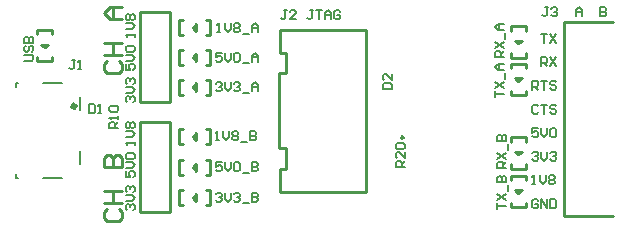
<source format=gto>
%FSLAX44Y44*%
%MOMM*%
G71*
G01*
G75*
%ADD10R,0.7620X0.7620*%
%ADD11R,0.5000X0.2000*%
%ADD12R,0.7620X0.7620*%
%ADD13R,0.3000X0.3000*%
%ADD14R,1.3000X0.4500*%
%ADD15R,2.7940X0.7366*%
%ADD16R,0.6200X0.5700*%
%ADD17C,0.1500*%
%ADD18C,0.2540*%
%ADD19C,0.1524*%
%ADD20O,2.0000X1.4500*%
%ADD21O,1.8000X1.1500*%
%ADD22C,0.8000*%
%ADD23C,1.5240*%
%ADD24R,1.5240X1.5240*%
%ADD25C,1.8000*%
%ADD26R,1.8000X1.8000*%
%ADD27C,0.6100*%
%ADD28C,0.6000*%
%ADD29C,3.3000*%
%ADD30R,0.6000X0.5500*%
%ADD31R,0.9500X0.9500*%
%ADD32R,0.5500X0.6000*%
%ADD33R,0.9500X0.9500*%
%ADD34R,0.8500X0.3500*%
%ADD35R,1.5000X1.0000*%
%ADD36O,0.8000X0.3000*%
%ADD37O,0.3000X0.8000*%
%ADD38R,1.2500X0.3000*%
%ADD39O,0.3500X1.7500*%
%ADD40O,1.7500X0.3500*%
%ADD41R,0.9700X0.9600*%
%ADD42R,0.5700X0.6200*%
%ADD43R,1.4000X2.2000*%
%ADD44C,0.4000*%
%ADD45C,0.2286*%
%ADD46C,0.1778*%
D17*
X1292900Y1130640D02*
Y1133640D01*
Y1207640D02*
Y1210640D01*
X1346900Y1142340D02*
Y1153640D01*
Y1187640D02*
Y1198940D01*
X1292900Y1210640D02*
X1294300D01*
X1315600D02*
X1331600D01*
X1315600Y1130640D02*
X1331600D01*
X1292900D02*
X1294300D01*
D18*
X1621120Y1164680D02*
G03*
X1621120Y1164680I-1000J0D01*
G01*
X1718250Y1244735D02*
X1721250Y1246735D01*
X1715250D02*
X1718250Y1244735D01*
X1715250Y1246735D02*
X1721250D01*
X1442985Y1257750D02*
X1444985Y1254750D01*
X1442985Y1257750D02*
X1444985Y1260750D01*
Y1254750D02*
Y1260750D01*
X1442985Y1165500D02*
X1444985Y1162500D01*
X1442985Y1165500D02*
X1444985Y1168500D01*
Y1162500D02*
Y1168500D01*
X1442985Y1207500D02*
X1444985Y1204500D01*
X1442985Y1207500D02*
X1444985Y1210500D01*
Y1204500D02*
Y1210500D01*
X1442985Y1113750D02*
X1444985Y1110750D01*
X1442985Y1113750D02*
X1444985Y1116750D01*
Y1110750D02*
Y1116750D01*
X1442985Y1232625D02*
X1444985Y1229625D01*
X1442985Y1232625D02*
X1444985Y1235625D01*
Y1229625D02*
Y1235625D01*
X1442985Y1139625D02*
X1444985Y1136625D01*
X1442985Y1139625D02*
X1444985Y1142625D01*
Y1136625D02*
Y1142625D01*
X1516940Y1118920D02*
X1589330D01*
Y1256080D01*
X1516940D02*
X1589330D01*
X1516940Y1236522D02*
Y1256080D01*
Y1236522D02*
X1522020D01*
Y1219250D02*
Y1236522D01*
X1515670Y1219250D02*
X1522020D01*
X1515670Y1155750D02*
Y1219250D01*
Y1155750D02*
X1522020D01*
Y1138478D02*
Y1155750D01*
X1516940Y1138478D02*
X1522020D01*
X1516940Y1118920D02*
Y1138478D01*
X1757300Y1097900D02*
X1798500D01*
X1757300D02*
Y1262700D01*
X1798500D01*
X1715250Y1152485D02*
X1721250D01*
X1715250D02*
X1718250Y1150485D01*
X1721250Y1152485D01*
X1423754Y1194502D02*
Y1270702D01*
X1398354Y1194502D02*
X1423754D01*
X1398354D02*
Y1270702D01*
X1423754D01*
Y1101500D02*
Y1177700D01*
X1398354Y1101500D02*
X1423754D01*
X1398354D02*
Y1177700D01*
X1423754D01*
X1715250Y1214985D02*
X1721250D01*
X1715250D02*
X1718250Y1212985D01*
X1721250Y1214985D01*
X1715250Y1119985D02*
X1721250D01*
X1715250D02*
X1718250Y1117985D01*
X1721250Y1119985D01*
X1314500Y1243485D02*
X1320500D01*
X1314500D02*
X1317500Y1241485D01*
X1320500Y1243485D01*
X1369804Y1104157D02*
X1367265Y1101618D01*
Y1096539D01*
X1369804Y1094000D01*
X1379961D01*
X1382500Y1096539D01*
Y1101618D01*
X1379961Y1104157D01*
X1367265Y1109235D02*
X1382500D01*
X1374883D01*
Y1119392D01*
X1367265D01*
X1382500D01*
X1367265Y1139705D02*
X1382500D01*
Y1147323D01*
X1379961Y1149862D01*
X1377422D01*
X1374883Y1147323D01*
Y1139705D01*
Y1147323D01*
X1372343Y1149862D01*
X1369804D01*
X1367265Y1147323D01*
Y1139705D01*
X1369804Y1229407D02*
X1367265Y1226868D01*
Y1221789D01*
X1369804Y1219250D01*
X1379961D01*
X1382500Y1221789D01*
Y1226868D01*
X1379961Y1229407D01*
X1367265Y1234485D02*
X1382500D01*
X1374882D01*
Y1244642D01*
X1367265D01*
X1382500D01*
Y1264955D02*
X1372343D01*
X1367265Y1270034D01*
X1372343Y1275112D01*
X1382500D01*
X1374882D01*
Y1264955D01*
D44*
X1343314Y1191054D02*
G03*
X1343314Y1191054I-1414J0D01*
G01*
D45*
X1711900Y1255275D02*
Y1259085D01*
X1724600D01*
Y1255275D02*
Y1259085D01*
X1711900Y1232415D02*
Y1236225D01*
Y1232415D02*
X1724600D01*
Y1236225D01*
X1453525Y1264100D02*
X1457335D01*
Y1251400D02*
Y1264100D01*
X1453525Y1251400D02*
X1457335D01*
X1430665Y1264100D02*
X1434475D01*
X1430665Y1251400D02*
Y1264100D01*
Y1251400D02*
X1434475D01*
X1453525Y1171850D02*
X1457335D01*
Y1159150D02*
Y1171850D01*
X1453525Y1159150D02*
X1457335D01*
X1430665Y1171850D02*
X1434475D01*
X1430665Y1159150D02*
Y1171850D01*
Y1159150D02*
X1434475D01*
X1453525Y1213850D02*
X1457335D01*
Y1201150D02*
Y1213850D01*
X1453525Y1201150D02*
X1457335D01*
X1430665Y1213850D02*
X1434475D01*
X1430665Y1201150D02*
Y1213850D01*
Y1201150D02*
X1434475D01*
X1453525Y1120100D02*
X1457335D01*
Y1107400D02*
Y1120100D01*
X1453525Y1107400D02*
X1457335D01*
X1430665Y1120100D02*
X1434475D01*
X1430665Y1107400D02*
Y1120100D01*
Y1107400D02*
X1434475D01*
X1453525Y1238975D02*
X1457335D01*
Y1226275D02*
Y1238975D01*
X1453525Y1226275D02*
X1457335D01*
X1430665Y1238975D02*
X1434475D01*
X1430665Y1226275D02*
Y1238975D01*
Y1226275D02*
X1434475D01*
X1453525Y1145975D02*
X1457335D01*
Y1133275D02*
Y1145975D01*
X1453525Y1133275D02*
X1457335D01*
X1430665Y1145975D02*
X1434475D01*
X1430665Y1133275D02*
Y1145975D01*
Y1133275D02*
X1434475D01*
X1724600Y1138165D02*
Y1141975D01*
X1711900Y1138165D02*
X1724600D01*
X1711900D02*
Y1141975D01*
X1724600Y1161025D02*
Y1164835D01*
X1711900D02*
X1724600D01*
X1711900Y1161025D02*
Y1164835D01*
X1724600Y1200665D02*
Y1204475D01*
X1711900Y1200665D02*
X1724600D01*
X1711900D02*
Y1204475D01*
X1724600Y1223525D02*
Y1227335D01*
X1711900D02*
X1724600D01*
X1711900Y1223525D02*
Y1227335D01*
X1724600Y1105665D02*
Y1109475D01*
X1711900Y1105665D02*
X1724600D01*
X1711900D02*
Y1109475D01*
X1724600Y1128525D02*
Y1132335D01*
X1711900D02*
X1724600D01*
X1711900Y1128525D02*
Y1132335D01*
X1323850Y1229165D02*
Y1232975D01*
X1311150Y1229165D02*
X1323850D01*
X1311150D02*
Y1232975D01*
X1323850Y1252025D02*
Y1255835D01*
X1311150D02*
X1323850D01*
X1311150Y1252025D02*
Y1255835D01*
D46*
X1705750Y1232500D02*
X1698132D01*
Y1236309D01*
X1699402Y1237578D01*
X1701941D01*
X1703211Y1236309D01*
Y1232500D01*
Y1235039D02*
X1705750Y1237578D01*
X1698132Y1240117D02*
X1705750Y1245196D01*
X1698132D02*
X1705750Y1240117D01*
X1707020Y1247735D02*
Y1252813D01*
X1705750Y1255353D02*
X1700672D01*
X1698132Y1257892D01*
X1700672Y1260431D01*
X1705750D01*
X1701941D01*
Y1255353D01*
X1622000Y1139750D02*
X1614382D01*
Y1143559D01*
X1615652Y1144828D01*
X1618191D01*
X1619461Y1143559D01*
Y1139750D01*
Y1142289D02*
X1622000Y1144828D01*
Y1152446D02*
Y1147367D01*
X1616922Y1152446D01*
X1615652D01*
X1614382Y1151176D01*
Y1148637D01*
X1615652Y1147367D01*
Y1154985D02*
X1614382Y1156255D01*
Y1158794D01*
X1615652Y1160063D01*
X1620730D01*
X1622000Y1158794D01*
Y1156255D01*
X1620730Y1154985D01*
X1615652D01*
X1467328Y1143992D02*
X1462250D01*
Y1140184D01*
X1464789Y1141453D01*
X1466059D01*
X1467328Y1140184D01*
Y1137645D01*
X1466059Y1136375D01*
X1463520D01*
X1462250Y1137645D01*
X1469868Y1143992D02*
Y1138914D01*
X1472407Y1136375D01*
X1474946Y1138914D01*
Y1143992D01*
X1477485Y1142723D02*
X1478755Y1143992D01*
X1481294D01*
X1482563Y1142723D01*
Y1137645D01*
X1481294Y1136375D01*
X1478755D01*
X1477485Y1137645D01*
Y1142723D01*
X1485103Y1135105D02*
X1490181D01*
X1492720Y1143992D02*
Y1136375D01*
X1496529D01*
X1497798Y1137645D01*
Y1138914D01*
X1496529Y1140184D01*
X1492720D01*
X1496529D01*
X1497798Y1141453D01*
Y1142723D01*
X1496529Y1143992D01*
X1492720D01*
X1467328Y1236492D02*
X1462250D01*
Y1232684D01*
X1464789Y1233953D01*
X1466059D01*
X1467328Y1232684D01*
Y1230145D01*
X1466059Y1228875D01*
X1463520D01*
X1462250Y1230145D01*
X1469868Y1236492D02*
Y1231414D01*
X1472407Y1228875D01*
X1474946Y1231414D01*
Y1236492D01*
X1477485Y1235223D02*
X1478755Y1236492D01*
X1481294D01*
X1482563Y1235223D01*
Y1230145D01*
X1481294Y1228875D01*
X1478755D01*
X1477485Y1230145D01*
Y1235223D01*
X1485103Y1227605D02*
X1490181D01*
X1492720Y1228875D02*
Y1233953D01*
X1495259Y1236492D01*
X1497798Y1233953D01*
Y1228875D01*
Y1232684D01*
X1492720D01*
X1462250Y1116598D02*
X1463520Y1117868D01*
X1466059D01*
X1467328Y1116598D01*
Y1115328D01*
X1466059Y1114059D01*
X1464789D01*
X1466059D01*
X1467328Y1112789D01*
Y1111520D01*
X1466059Y1110250D01*
X1463520D01*
X1462250Y1111520D01*
X1469868Y1117868D02*
Y1112789D01*
X1472407Y1110250D01*
X1474946Y1112789D01*
Y1117868D01*
X1477485Y1116598D02*
X1478755Y1117868D01*
X1481294D01*
X1482563Y1116598D01*
Y1115328D01*
X1481294Y1114059D01*
X1480024D01*
X1481294D01*
X1482563Y1112789D01*
Y1111520D01*
X1481294Y1110250D01*
X1478755D01*
X1477485Y1111520D01*
X1485103Y1108980D02*
X1490181D01*
X1492720Y1117868D02*
Y1110250D01*
X1496529D01*
X1497798Y1111520D01*
Y1112789D01*
X1496529Y1114059D01*
X1492720D01*
X1496529D01*
X1497798Y1115328D01*
Y1116598D01*
X1496529Y1117868D01*
X1492720D01*
X1462250Y1210348D02*
X1463520Y1211618D01*
X1466059D01*
X1467328Y1210348D01*
Y1209078D01*
X1466059Y1207809D01*
X1464789D01*
X1466059D01*
X1467328Y1206539D01*
Y1205270D01*
X1466059Y1204000D01*
X1463520D01*
X1462250Y1205270D01*
X1469868Y1211618D02*
Y1206539D01*
X1472407Y1204000D01*
X1474946Y1206539D01*
Y1211618D01*
X1477485Y1210348D02*
X1478755Y1211618D01*
X1481294D01*
X1482563Y1210348D01*
Y1209078D01*
X1481294Y1207809D01*
X1480024D01*
X1481294D01*
X1482563Y1206539D01*
Y1205270D01*
X1481294Y1204000D01*
X1478755D01*
X1477485Y1205270D01*
X1485103Y1202730D02*
X1490181D01*
X1492720Y1204000D02*
Y1209078D01*
X1495259Y1211618D01*
X1497798Y1209078D01*
Y1204000D01*
Y1207809D01*
X1492720D01*
X1462250Y1162500D02*
X1464789D01*
X1463520D01*
Y1170117D01*
X1462250Y1168848D01*
X1468598Y1170117D02*
Y1165039D01*
X1471137Y1162500D01*
X1473676Y1165039D01*
Y1170117D01*
X1476216Y1168848D02*
X1477485Y1170117D01*
X1480024D01*
X1481294Y1168848D01*
Y1167578D01*
X1480024Y1166309D01*
X1481294Y1165039D01*
Y1163770D01*
X1480024Y1162500D01*
X1477485D01*
X1476216Y1163770D01*
Y1165039D01*
X1477485Y1166309D01*
X1476216Y1167578D01*
Y1168848D01*
X1477485Y1166309D02*
X1480024D01*
X1483833Y1161230D02*
X1488911D01*
X1491451Y1170117D02*
Y1162500D01*
X1495259D01*
X1496529Y1163770D01*
Y1165039D01*
X1495259Y1166309D01*
X1491451D01*
X1495259D01*
X1496529Y1167578D01*
Y1168848D01*
X1495259Y1170117D01*
X1491451D01*
X1463520Y1253750D02*
X1466059D01*
X1464789D01*
Y1261367D01*
X1463520Y1260098D01*
X1469868Y1261367D02*
Y1256289D01*
X1472407Y1253750D01*
X1474946Y1256289D01*
Y1261367D01*
X1477485Y1260098D02*
X1478755Y1261367D01*
X1481294D01*
X1482563Y1260098D01*
Y1258828D01*
X1481294Y1257559D01*
X1482563Y1256289D01*
Y1255020D01*
X1481294Y1253750D01*
X1478755D01*
X1477485Y1255020D01*
Y1256289D01*
X1478755Y1257559D01*
X1477485Y1258828D01*
Y1260098D01*
X1478755Y1257559D02*
X1481294D01*
X1485103Y1252480D02*
X1490181D01*
X1492720Y1253750D02*
Y1258828D01*
X1495259Y1261367D01*
X1497798Y1258828D01*
Y1253750D01*
Y1257559D01*
X1492720D01*
X1355000Y1192868D02*
Y1185250D01*
X1358809D01*
X1360078Y1186520D01*
Y1191598D01*
X1358809Y1192868D01*
X1355000D01*
X1362617Y1185250D02*
X1365157D01*
X1363887D01*
Y1192868D01*
X1362617Y1191598D01*
X1343078Y1230118D02*
X1340539D01*
X1341809D01*
Y1223770D01*
X1340539Y1222500D01*
X1339270D01*
X1338000Y1223770D01*
X1345618Y1222500D02*
X1348157D01*
X1346887D01*
Y1230118D01*
X1345618Y1228848D01*
X1743578Y1275117D02*
X1741039D01*
X1742309D01*
Y1268770D01*
X1741039Y1267500D01*
X1739770D01*
X1738500Y1268770D01*
X1746118Y1273848D02*
X1747387Y1275117D01*
X1749926D01*
X1751196Y1273848D01*
Y1272578D01*
X1749926Y1271309D01*
X1748657D01*
X1749926D01*
X1751196Y1270039D01*
Y1268770D01*
X1749926Y1267500D01*
X1747387D01*
X1746118Y1268770D01*
X1379750Y1172750D02*
X1372133D01*
Y1176559D01*
X1373402Y1177828D01*
X1375941D01*
X1377211Y1176559D01*
Y1172750D01*
Y1175289D02*
X1379750Y1177828D01*
Y1180368D02*
Y1182907D01*
Y1181637D01*
X1372133D01*
X1373402Y1180368D01*
Y1186715D02*
X1372133Y1187985D01*
Y1190524D01*
X1373402Y1191794D01*
X1378480D01*
X1379750Y1190524D01*
Y1187985D01*
X1378480Y1186715D01*
X1373402D01*
X1698132Y1199000D02*
Y1204078D01*
Y1201539D01*
X1705750D01*
X1698132Y1206618D02*
X1705750Y1211696D01*
X1698132D02*
X1705750Y1206618D01*
X1707020Y1214235D02*
Y1219313D01*
X1705750Y1221853D02*
X1700672D01*
X1698132Y1224392D01*
X1700672Y1226931D01*
X1705750D01*
X1701941D01*
Y1221853D01*
X1700632Y1104000D02*
Y1109078D01*
Y1106539D01*
X1708250D01*
X1700632Y1111618D02*
X1708250Y1116696D01*
X1700632D02*
X1708250Y1111618D01*
X1709520Y1119235D02*
Y1124313D01*
X1700632Y1126853D02*
X1708250D01*
Y1130661D01*
X1706980Y1131931D01*
X1705711D01*
X1704441Y1130661D01*
Y1126853D01*
Y1130661D01*
X1703172Y1131931D01*
X1701902D01*
X1700632Y1130661D01*
Y1126853D01*
X1708250Y1139000D02*
X1700632D01*
Y1142809D01*
X1701902Y1144078D01*
X1704441D01*
X1705711Y1142809D01*
Y1139000D01*
Y1141539D02*
X1708250Y1144078D01*
X1700632Y1146618D02*
X1708250Y1151696D01*
X1700632D02*
X1708250Y1146618D01*
X1709520Y1154235D02*
Y1159313D01*
X1700632Y1161853D02*
X1708250D01*
Y1165661D01*
X1706980Y1166931D01*
X1705711D01*
X1704441Y1165661D01*
Y1161853D01*
Y1165661D01*
X1703172Y1166931D01*
X1701902D01*
X1700632Y1165661D01*
Y1161853D01*
X1299883Y1229750D02*
X1306230D01*
X1307500Y1231020D01*
Y1233559D01*
X1306230Y1234828D01*
X1299883D01*
X1301152Y1242446D02*
X1299883Y1241176D01*
Y1238637D01*
X1301152Y1237367D01*
X1302422D01*
X1303691Y1238637D01*
Y1241176D01*
X1304961Y1242446D01*
X1306230D01*
X1307500Y1241176D01*
Y1238637D01*
X1306230Y1237367D01*
X1299883Y1244985D02*
X1307500D01*
Y1248794D01*
X1306230Y1250063D01*
X1304961D01*
X1303691Y1248794D01*
Y1244985D01*
Y1248794D01*
X1302422Y1250063D01*
X1301152D01*
X1299883Y1248794D01*
Y1244985D01*
X1603633Y1205500D02*
X1611250D01*
Y1209309D01*
X1609980Y1210578D01*
X1604902D01*
X1603633Y1209309D01*
Y1205500D01*
X1611250Y1218196D02*
Y1213118D01*
X1606172Y1218196D01*
X1604902D01*
X1603633Y1216926D01*
Y1214387D01*
X1604902Y1213118D01*
X1522145Y1272460D02*
X1519606D01*
X1520876D01*
Y1266113D01*
X1519606Y1264843D01*
X1518337D01*
X1517067Y1266113D01*
X1529763Y1264843D02*
X1524685D01*
X1529763Y1269921D01*
Y1271191D01*
X1528493Y1272460D01*
X1525954D01*
X1524685Y1271191D01*
X1544828Y1272367D02*
X1542289D01*
X1543559D01*
Y1266020D01*
X1542289Y1264750D01*
X1541020D01*
X1539750Y1266020D01*
X1547368Y1272367D02*
X1552446D01*
X1549907D01*
Y1264750D01*
X1554985D02*
Y1269828D01*
X1557524Y1272367D01*
X1560063Y1269828D01*
Y1264750D01*
Y1268559D01*
X1554985D01*
X1567681Y1271098D02*
X1566411Y1272367D01*
X1563872D01*
X1562603Y1271098D01*
Y1266020D01*
X1563872Y1264750D01*
X1566411D01*
X1567681Y1266020D01*
Y1268559D01*
X1565142D01*
X1387152Y1103250D02*
X1385882Y1104520D01*
Y1107059D01*
X1387152Y1108328D01*
X1388422D01*
X1389691Y1107059D01*
Y1105789D01*
Y1107059D01*
X1390961Y1108328D01*
X1392230D01*
X1393500Y1107059D01*
Y1104520D01*
X1392230Y1103250D01*
X1385882Y1110868D02*
X1390961D01*
X1393500Y1113407D01*
X1390961Y1115946D01*
X1385882D01*
X1387152Y1118485D02*
X1385882Y1119755D01*
Y1122294D01*
X1387152Y1123563D01*
X1388422D01*
X1389691Y1122294D01*
Y1121024D01*
Y1122294D01*
X1390961Y1123563D01*
X1392230D01*
X1393500Y1122294D01*
Y1119755D01*
X1392230Y1118485D01*
X1386133Y1136078D02*
Y1131000D01*
X1389941D01*
X1388672Y1133539D01*
Y1134809D01*
X1389941Y1136078D01*
X1392480D01*
X1393750Y1134809D01*
Y1132270D01*
X1392480Y1131000D01*
X1386133Y1138618D02*
X1391211D01*
X1393750Y1141157D01*
X1391211Y1143696D01*
X1386133D01*
X1387402Y1146235D02*
X1386133Y1147505D01*
Y1150044D01*
X1387402Y1151313D01*
X1392480D01*
X1393750Y1150044D01*
Y1147505D01*
X1392480Y1146235D01*
X1387402D01*
X1393750Y1158750D02*
Y1161289D01*
Y1160020D01*
X1386132D01*
X1387402Y1158750D01*
X1386132Y1165098D02*
X1391211D01*
X1393750Y1167637D01*
X1391211Y1170176D01*
X1386132D01*
X1387402Y1172716D02*
X1386132Y1173985D01*
Y1176524D01*
X1387402Y1177794D01*
X1388672D01*
X1389941Y1176524D01*
X1391211Y1177794D01*
X1392480D01*
X1393750Y1176524D01*
Y1173985D01*
X1392480Y1172716D01*
X1391211D01*
X1389941Y1173985D01*
X1388672Y1172716D01*
X1387402D01*
X1389941Y1173985D02*
Y1176524D01*
X1393750Y1250000D02*
Y1252539D01*
Y1251270D01*
X1386132D01*
X1387402Y1250000D01*
X1386132Y1256348D02*
X1391211D01*
X1393750Y1258887D01*
X1391211Y1261426D01*
X1386132D01*
X1387402Y1263966D02*
X1386132Y1265235D01*
Y1267774D01*
X1387402Y1269044D01*
X1388672D01*
X1389941Y1267774D01*
X1391211Y1269044D01*
X1392480D01*
X1393750Y1267774D01*
Y1265235D01*
X1392480Y1263966D01*
X1391211D01*
X1389941Y1265235D01*
X1388672Y1263966D01*
X1387402D01*
X1389941Y1265235D02*
Y1267774D01*
X1386132Y1227328D02*
Y1222250D01*
X1389941D01*
X1388672Y1224789D01*
Y1226059D01*
X1389941Y1227328D01*
X1392480D01*
X1393750Y1226059D01*
Y1223520D01*
X1392480Y1222250D01*
X1386132Y1229867D02*
X1391211D01*
X1393750Y1232407D01*
X1391211Y1234946D01*
X1386132D01*
X1387402Y1237485D02*
X1386132Y1238755D01*
Y1241294D01*
X1387402Y1242563D01*
X1392480D01*
X1393750Y1241294D01*
Y1238755D01*
X1392480Y1237485D01*
X1387402D01*
Y1194500D02*
X1386132Y1195770D01*
Y1198309D01*
X1387402Y1199578D01*
X1388672D01*
X1389941Y1198309D01*
Y1197039D01*
Y1198309D01*
X1391211Y1199578D01*
X1392480D01*
X1393750Y1198309D01*
Y1195770D01*
X1392480Y1194500D01*
X1386132Y1202117D02*
X1391211D01*
X1393750Y1204657D01*
X1391211Y1207196D01*
X1386132D01*
X1387402Y1209735D02*
X1386132Y1211005D01*
Y1213544D01*
X1387402Y1214813D01*
X1388672D01*
X1389941Y1213544D01*
Y1212274D01*
Y1213544D01*
X1391211Y1214813D01*
X1392480D01*
X1393750Y1213544D01*
Y1211005D01*
X1392480Y1209735D01*
X1730000Y1151348D02*
X1731270Y1152617D01*
X1733809D01*
X1735078Y1151348D01*
Y1150078D01*
X1733809Y1148809D01*
X1732539D01*
X1733809D01*
X1735078Y1147539D01*
Y1146270D01*
X1733809Y1145000D01*
X1731270D01*
X1730000Y1146270D01*
X1737617Y1152617D02*
Y1147539D01*
X1740157Y1145000D01*
X1742696Y1147539D01*
Y1152617D01*
X1745235Y1151348D02*
X1746505Y1152617D01*
X1749044D01*
X1750313Y1151348D01*
Y1150078D01*
X1749044Y1148809D01*
X1747774D01*
X1749044D01*
X1750313Y1147539D01*
Y1146270D01*
X1749044Y1145000D01*
X1746505D01*
X1745235Y1146270D01*
X1767500Y1267500D02*
Y1272578D01*
X1770039Y1275117D01*
X1772578Y1272578D01*
Y1267500D01*
Y1271309D01*
X1767500D01*
X1787500Y1275117D02*
Y1267500D01*
X1791309D01*
X1792578Y1268770D01*
Y1270039D01*
X1791309Y1271309D01*
X1787500D01*
X1791309D01*
X1792578Y1272578D01*
Y1273848D01*
X1791309Y1275117D01*
X1787500D01*
X1737617Y1252617D02*
X1742696D01*
X1740157D01*
Y1245000D01*
X1745235Y1252617D02*
X1750313Y1245000D01*
Y1252617D02*
X1745235Y1245000D01*
X1737617Y1225000D02*
Y1232617D01*
X1741426D01*
X1742696Y1231348D01*
Y1228809D01*
X1741426Y1227539D01*
X1737617D01*
X1740157D02*
X1742696Y1225000D01*
X1745235Y1232617D02*
X1750313Y1225000D01*
Y1232617D02*
X1745235Y1225000D01*
X1730000Y1205000D02*
Y1212617D01*
X1733809D01*
X1735078Y1211348D01*
Y1208809D01*
X1733809Y1207539D01*
X1730000D01*
X1732539D02*
X1735078Y1205000D01*
X1737617Y1212617D02*
X1742696D01*
X1740157D01*
Y1205000D01*
X1750313Y1211348D02*
X1749044Y1212617D01*
X1746505D01*
X1745235Y1211348D01*
Y1210078D01*
X1746505Y1208809D01*
X1749044D01*
X1750313Y1207539D01*
Y1206270D01*
X1749044Y1205000D01*
X1746505D01*
X1745235Y1206270D01*
X1735078Y1191348D02*
X1733809Y1192617D01*
X1731270D01*
X1730000Y1191348D01*
Y1186270D01*
X1731270Y1185000D01*
X1733809D01*
X1735078Y1186270D01*
X1737617Y1192617D02*
X1742696D01*
X1740157D01*
Y1185000D01*
X1750313Y1191348D02*
X1749044Y1192617D01*
X1746505D01*
X1745235Y1191348D01*
Y1190078D01*
X1746505Y1188809D01*
X1749044D01*
X1750313Y1187539D01*
Y1186270D01*
X1749044Y1185000D01*
X1746505D01*
X1745235Y1186270D01*
X1730000Y1125000D02*
X1732539D01*
X1731270D01*
Y1132617D01*
X1730000Y1131348D01*
X1736348Y1132617D02*
Y1127539D01*
X1738887Y1125000D01*
X1741426Y1127539D01*
Y1132617D01*
X1743965Y1131348D02*
X1745235Y1132617D01*
X1747774D01*
X1749044Y1131348D01*
Y1130078D01*
X1747774Y1128809D01*
X1749044Y1127539D01*
Y1126270D01*
X1747774Y1125000D01*
X1745235D01*
X1743965Y1126270D01*
Y1127539D01*
X1745235Y1128809D01*
X1743965Y1130078D01*
Y1131348D01*
X1745235Y1128809D02*
X1747774D01*
X1735078Y1111348D02*
X1733809Y1112617D01*
X1731270D01*
X1730000Y1111348D01*
Y1106270D01*
X1731270Y1105000D01*
X1733809D01*
X1735078Y1106270D01*
Y1108809D01*
X1732539D01*
X1737617Y1105000D02*
Y1112617D01*
X1742696Y1105000D01*
Y1112617D01*
X1745235D02*
Y1105000D01*
X1749044D01*
X1750313Y1106270D01*
Y1111348D01*
X1749044Y1112617D01*
X1745235D01*
X1735078Y1172617D02*
X1730000D01*
Y1168809D01*
X1732539Y1170078D01*
X1733809D01*
X1735078Y1168809D01*
Y1166270D01*
X1733809Y1165000D01*
X1731270D01*
X1730000Y1166270D01*
X1737617Y1172617D02*
Y1167539D01*
X1740157Y1165000D01*
X1742696Y1167539D01*
Y1172617D01*
X1745235Y1171348D02*
X1746505Y1172617D01*
X1749044D01*
X1750313Y1171348D01*
Y1166270D01*
X1749044Y1165000D01*
X1746505D01*
X1745235Y1166270D01*
Y1171348D01*
M02*

</source>
